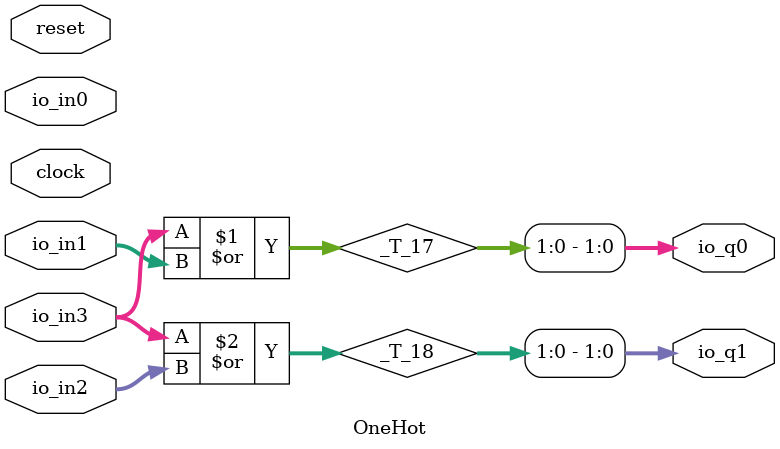
<source format=v>
module OneHot( // @[:@3.2]
  input        clock, // @[:@4.4]
  input        reset, // @[:@5.4]
  input  [3:0] io_in0, // @[:@6.4]
  input  [3:0] io_in1, // @[:@6.4]
  input  [3:0] io_in2, // @[:@6.4]
  input  [3:0] io_in3, // @[:@6.4]
  output [1:0] io_q0, // @[:@6.4]
  output [1:0] io_q1 // @[:@6.4]
);
  wire [3:0] _T_17; // @[One_hot.scala 16:20:@8.4]
  wire [3:0] _T_18; // @[One_hot.scala 17:20:@10.4]
  assign _T_17 = io_in3 | io_in1; // @[One_hot.scala 16:20:@8.4]
  assign _T_18 = io_in3 | io_in2; // @[One_hot.scala 17:20:@10.4]
  assign io_q0 = _T_17[1:0]; // @[One_hot.scala 16:11:@9.4]
  assign io_q1 = _T_18[1:0]; // @[One_hot.scala 17:11:@11.4]
endmodule

</source>
